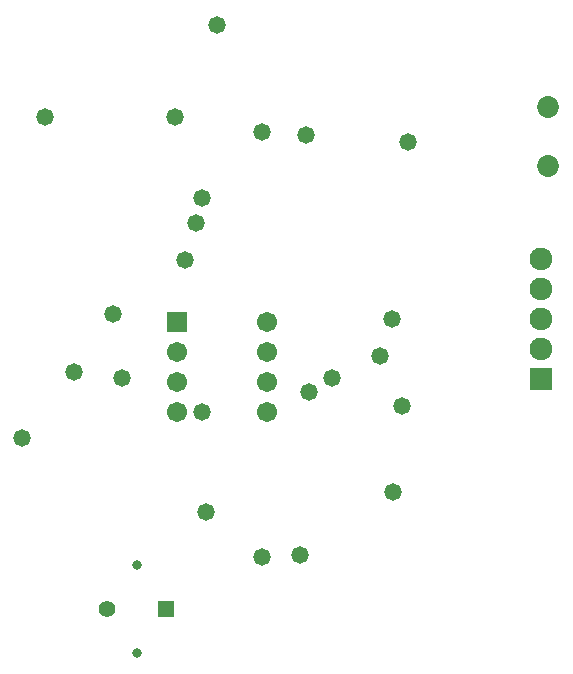
<source format=gbs>
G04*
G04 #@! TF.GenerationSoftware,Altium Limited,Altium Designer,20.2.7 (254)*
G04*
G04 Layer_Color=16711935*
%FSAX25Y25*%
%MOIN*%
G70*
G04*
G04 #@! TF.SameCoordinates,1B070C9D-936C-4A0F-866C-AF898DE0267E*
G04*
G04*
G04 #@! TF.FilePolarity,Negative*
G04*
G01*
G75*
%ADD58R,0.06706X0.06706*%
%ADD59C,0.06706*%
%ADD60C,0.03162*%
%ADD61C,0.05524*%
%ADD62R,0.05524X0.05524*%
%ADD63C,0.07296*%
%ADD64R,0.07591X0.07591*%
%ADD65C,0.07591*%
%ADD66C,0.05800*%
D58*
X0061344Y0121102D02*
D03*
D59*
Y0111102D02*
D03*
Y0101102D02*
D03*
Y0091102D02*
D03*
X0091344Y0121102D02*
D03*
Y0111102D02*
D03*
Y0101102D02*
D03*
Y0091102D02*
D03*
D60*
X0047739Y0040141D02*
D03*
Y0010613D02*
D03*
D61*
X0037897Y0025377D02*
D03*
D62*
X0057582D02*
D03*
D63*
X0184924Y0173031D02*
D03*
Y0192717D02*
D03*
D64*
X0182644Y0101850D02*
D03*
D65*
Y0111850D02*
D03*
Y0121850D02*
D03*
Y0131850D02*
D03*
Y0141850D02*
D03*
D66*
X0133046Y0064198D02*
D03*
X0060630Y0189370D02*
D03*
X0069587Y0162205D02*
D03*
X0069390Y0090945D02*
D03*
X0132972Y0122146D02*
D03*
X0026772Y0104331D02*
D03*
X0089370Y0184252D02*
D03*
X0009646Y0082382D02*
D03*
X0017224Y0189272D02*
D03*
X0042717Y0102362D02*
D03*
X0063779Y0141732D02*
D03*
X0089645Y0042520D02*
D03*
X0074410Y0220177D02*
D03*
X0112992Y0102264D02*
D03*
X0128839Y0109843D02*
D03*
X0105118Y0097835D02*
D03*
X0136319Y0093110D02*
D03*
X0138189Y0181102D02*
D03*
X0104344Y0183465D02*
D03*
X0070965Y0057579D02*
D03*
X0102362Y0043406D02*
D03*
X0067669Y0154018D02*
D03*
X0039862Y0123524D02*
D03*
M02*

</source>
